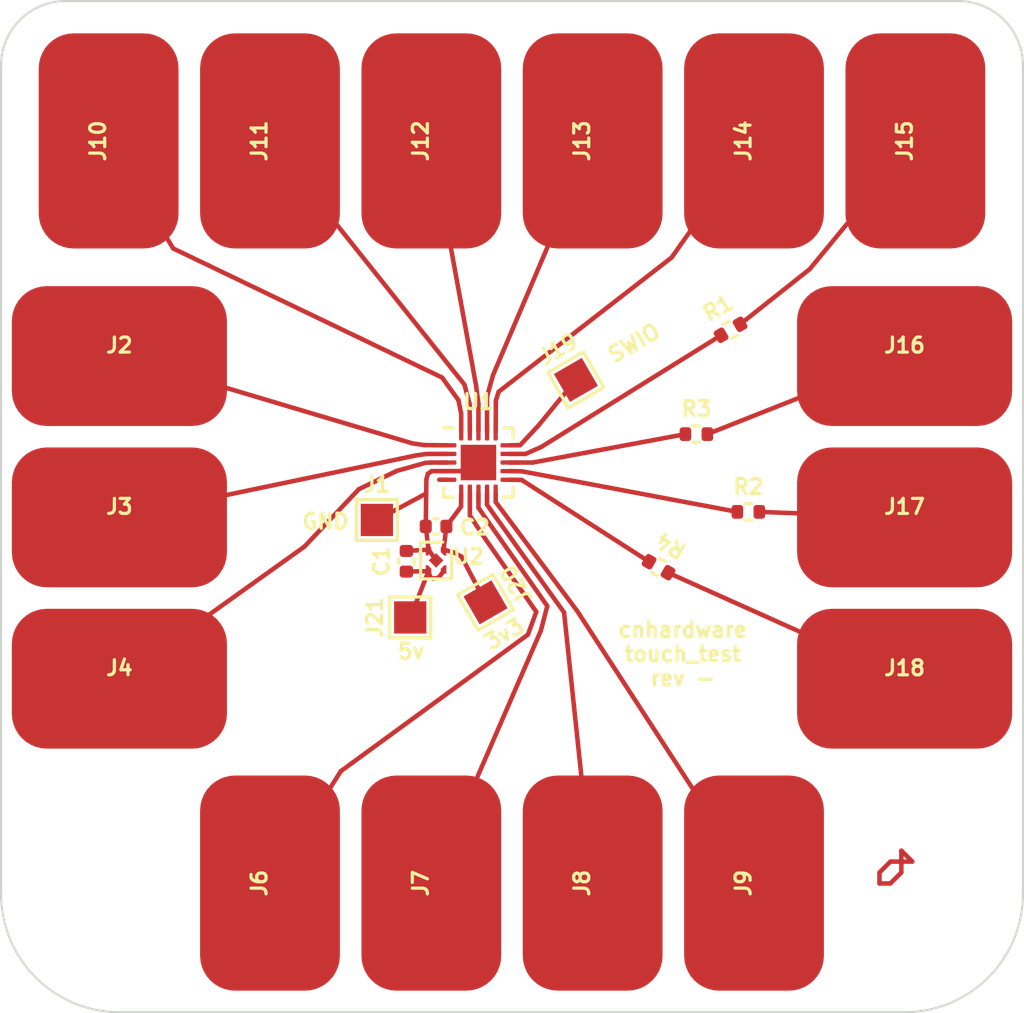
<source format=kicad_pcb>
(kicad_pcb (version 20211014) (generator pcbnew)
  (layers (0 "F.Cu" signal) (31 "B.Cu" signal) (34 "B.Paste" user) (35 "F.Paste" user) (36 "B.SilkS" user "B.Silkscreen") (37 "F.SilkS" user "F.Silkscreen") (38 "B.Mask" user) (39 "F.Mask" user) (44 "Edge.Cuts" user))
  (net 0 "")
  (net 1 "PD7NRST")
  (net 2 "PA1")
  (net 3 "PA2")
  (net 4 "PC0")
  (net 5 "PC1")
  (net 6 "PC2")
  (net 7 "PC3")
  (net 8 "PD6")
  (net 9 "PD5")
  (net 10 "PD4")
  (net 11 "PD3")
  (net 12 "PD2")
  (net 13 "PC7")
  (net 14 "PC6")
  (net 15 "PC5")
  (net 16 "PC4")
  (net 17 "GND")
  (net 18 "VCC")
  (net 19 "SWIO")
  (net 20 "+5V")
  (net 21 "unconnected-(U1-Pad5)")
  (net 22 "Net-(J15-Pad1)")
  (net 23 "Net-(J16-Pad1)")
  (net 24 "Net-(J17-Pad1)")
  (net 25 "Net-(J18-Pad1)")
  (footprint "cnhardware:touchpad_10x6.5mm_retircle" (layer "F.Cu") (at 144.5 55)
    (fp_text reference "J4" (at 0 -0.5 unlocked) (layer "F.SilkS") (effects (font (size 0.7 0.7))))
    (fp_text value "~")
    (pad "1" smd roundrect (at 0 0) (size 10 6.5) (layers "F.Cu") (net 3 "PA2"))
  )
  (footprint "cnhardware:touchpad_10x6.5mm_retircle" (layer "F.Cu") (at 166.5 30 90)
    (fp_text reference "J13" (at 0 -0.5 90 unlocked) (layer "F.SilkS") (effects (font (size 0.7 0.7))))
    (fp_text value "~")
    (pad "1" smd roundrect (at 0 0 90) (size 10 6.5) (layers "F.Cu") (net 11 "PD3"))
  )
  (footprint "cnhardware:touchpad_10x6.5mm_retircle" (layer "F.Cu") (at 144 30 90)
    (fp_text reference "J10" (at 0 -0.5 90 unlocked) (layer "F.SilkS") (effects (font (size 0.7 0.7))))
    (fp_text value "~")
    (pad "1" smd roundrect (at 0 0 90) (size 10 6.5) (layers "F.Cu") (net 8 "PD6"))
  )
  (footprint "Resistor_SMD:R_0402_1005Metric" (layer "F.Cu") (at 172.91 38.78 30)
    (fp_text reference "R1" (at 0 -1.17 30 unlocked) (layer "F.SilkS") (effects (font (size 0.7 0.7))))
    (fp_text value "1k")
    (fp_line (start -0.153641 0.38) (end 0.153641 0.38) (layer "F.SilkS") (width 0.15))
    (fp_line (start -0.153641 -0.38) (end 0.153641 -0.38) (layer "F.SilkS") (width 0.15))
    (pad "1" smd roundrect (at -0.51 0 30) (size 0.54 0.64) (layers "F.Cu" "F.Paste" "F.Mask") (net 13 "PC7"))
    (pad "2" smd roundrect (at 0.51 0 30) (size 0.54 0.64) (layers "F.Cu" "F.Paste" "F.Mask") (net 22 "Net-(J15-Pad1)"))
  )
  (footprint "cnhardware:touchpad_10x6.5mm_retircle" (layer "F.Cu") (at 144.5 40)
    (fp_text reference "J2" (at 0 -0.5 unlocked) (layer "F.SilkS") (effects (font (size 0.7 0.7))))
    (fp_text value "~")
    (pad "1" smd roundrect (at 0 0) (size 10 6.5) (layers "F.Cu") (net 1 "PD7NRST"))
  )
  (footprint "cnhardware:touchpad_10x6.5mm_retircle" (layer "F.Cu") (at 174 64.5 90)
    (fp_text reference "J9" (at 0 -0.5 90 unlocked) (layer "F.SilkS") (effects (font (size 0.7 0.7))))
    (fp_text value "~")
    (pad "1" smd roundrect (at 0 0 90) (size 10 6.5) (layers "F.Cu") (net 7 "PC3"))
  )
  (footprint "cnhardware:touchpad_10x6.5mm_retircle" (layer "F.Cu") (at 166.5 64.5 90)
    (fp_text reference "J8" (at 0 -0.5 90 unlocked) (layer "F.SilkS") (effects (font (size 0.7 0.7))))
    (fp_text value "~")
    (pad "1" smd roundrect (at 0 0 90) (size 10 6.5) (layers "F.Cu") (net 6 "PC2"))
  )
  (footprint "cnhardware:touchpad_10x6.5mm_retircle" (layer "F.Cu") (at 159 64.5 90)
    (fp_text reference "J7" (at 0 -0.5 90 unlocked) (layer "F.SilkS") (effects (font (size 0.7 0.7))))
    (fp_text value "~")
    (pad "1" smd roundrect (at 0 0 90) (size 10 6.5) (layers "F.Cu") (net 5 "PC1"))
  )
  (footprint "cnhardware:touchpad_10x6.5mm_retircle" (layer "F.Cu") (at 151.5 64.5 90)
    (fp_text reference "J6" (at 0 -0.5 90 unlocked) (layer "F.SilkS") (effects (font (size 0.7 0.7))))
    (fp_text value "~")
    (pad "1" smd roundrect (at 0 0 90) (size 10 6.5) (layers "F.Cu") (net 4 "PC0"))
  )
  (footprint "Package_DFN_QFN:QFN-20-1EP_3x3mm_P0.4mm_EP1.65x1.65mm" (layer "F.Cu") (at 161.19 44.95)
    (fp_text reference "U1" (at 0 -2.82 unlocked) (layer "F.SilkS") (effects (font (size 0.7 0.7))))
    (fp_text value "CH32V003F4U6")
    (fp_line (start 1.16 -1.61) (end 1.61 -1.61) (layer "F.SilkS") (width 0.15))
    (fp_line (start 1.16 1.61) (end 1.61 1.61) (layer "F.SilkS") (width 0.15))
    (fp_line (start 1.61 1.61) (end 1.61 1.16) (layer "F.SilkS") (width 0.15))
    (fp_line (start -1.16 -1.61) (end -1.61 -1.61) (layer "F.SilkS") (width 0.15))
    (fp_line (start 1.61 -1.61) (end 1.61 -1.16) (layer "F.SilkS") (width 0.15))
    (fp_line (start -1.16 1.61) (end -1.61 1.61) (layer "F.SilkS") (width 0.15))
    (fp_line (start -1.61 1.61) (end -1.61 1.16) (layer "F.SilkS") (width 0.15))
    (pad "1" smd roundrect (at -1.45 -0.8) (size 0.85 0.2) (layers "F.Cu" "F.Paste" "F.Mask") (net 1 "PD7NRST"))
    (pad "2" smd roundrect (at -1.45 -0.4) (size 0.85 0.2) (layers "F.Cu" "F.Paste" "F.Mask") (net 2 "PA1"))
    (pad "3" smd roundrect (at -1.45 0) (size 0.85 0.2) (layers "F.Cu" "F.Paste" "F.Mask") (net 3 "PA2"))
    (pad "4" smd roundrect (at -1.45 0.4) (size 0.85 0.2) (layers "F.Cu" "F.Paste" "F.Mask") (net 17 "GND"))
    (pad "5" smd roundrect (at -1.45 0.8) (size 0.85 0.2) (layers "F.Cu" "F.Paste" "F.Mask") (net 21 "unconnected-(U1-Pad5)"))
    (pad "6" smd roundrect (at -0.8 1.45) (size 0.2 0.85) (layers "F.Cu" "F.Paste" "F.Mask") (net 18 "VCC"))
    (pad "7" smd roundrect (at -0.4 1.45) (size 0.2 0.85) (layers "F.Cu" "F.Paste" "F.Mask") (net 4 "PC0"))
    (pad "8" smd roundrect (at 0 1.45) (size 0.2 0.85) (layers "F.Cu" "F.Paste" "F.Mask") (net 5 "PC1"))
    (pad "9" smd roundrect (at 0.4 1.45) (size 0.2 0.85) (layers "F.Cu" "F.Paste" "F.Mask") (net 6 "PC2"))
    (pad "10" smd roundrect (at 0.8 1.45) (size 0.2 0.85) (layers "F.Cu" "F.Paste" "F.Mask") (net 7 "PC3"))
    (pad "11" smd roundrect (at 1.45 0.8) (size 0.85 0.2) (layers "F.Cu" "F.Paste" "F.Mask") (net 16 "PC4"))
    (pad "12" smd roundrect (at 1.45 0.4) (size 0.85 0.2) (layers "F.Cu" "F.Paste" "F.Mask") (net 15 "PC5"))
    (pad "13" smd roundrect (at 1.45 0) (size 0.85 0.2) (layers "F.Cu" "F.Paste" "F.Mask") (net 14 "PC6"))
    (pad "14" smd roundrect (at 1.45 -0.4) (size 0.85 0.2) (layers "F.Cu" "F.Paste" "F.Mask") (net 13 "PC7"))
    (pad "15" smd roundrect (at 1.45 -0.8) (size 0.85 0.2) (layers "F.Cu" "F.Paste" "F.Mask") (net 19 "SWIO"))
    (pad "16" smd roundrect (at 0.8 -1.45) (size 0.2 0.85) (layers "F.Cu" "F.Paste" "F.Mask") (net 12 "PD2"))
    (pad "17" smd roundrect (at 0.4 -1.45) (size 0.2 0.85) (layers "F.Cu" "F.Paste" "F.Mask") (net 11 "PD3"))
    (pad "18" smd roundrect (at 0 -1.45) (size 0.2 0.85) (layers "F.Cu" "F.Paste" "F.Mask") (net 10 "PD4"))
    (pad "19" smd roundrect (at -0.4 -1.45) (size 0.2 0.85) (layers "F.Cu" "F.Paste" "F.Mask") (net 9 "PD5"))
    (pad "20" smd roundrect (at -0.8 -1.45) (size 0.2 0.85) (layers "F.Cu" "F.Paste" "F.Mask") (net 8 "PD6"))
    (pad "21" smd rect (at 0 0) (size 1.65 1.65) (layers "F.Cu" "F.Mask") (net 17 "GND"))
  )
  (footprint "TestPoint:TestPoint_Pad_1.5x1.5mm" (layer "F.Cu") (at 165.72 41.11 30)
    (fp_text reference "J19" (at 0 -1.648 30 unlocked) (layer "F.SilkS") (effects (font (size 0.7 0.7))))
    (fp_text value "SWIO" (at 3.193269 -0.130903 30 unlocked) (layer "F.SilkS") (effects (font (size 0.7 0.7))))
    (fp_line (start -0.95 -0.95) (end 0.95 -0.95) (layer "F.SilkS") (width 0.15))
    (fp_line (start -0.95 0.95) (end -0.95 -0.95) (layer "F.SilkS") (width 0.15))
    (fp_line (start 0.95 -0.95) (end 0.95 0.95) (layer "F.SilkS") (width 0.15))
    (fp_line (start 0.95 0.95) (end -0.95 0.95) (layer "F.SilkS") (width 0.15))
    (pad "1" smd rect (at 0 0 30) (size 1.5 1.5) (layers "F.Cu" "F.Mask") (net 19 "SWIO"))
  )
  (footprint "Capacitor_SMD:C_0402_1005Metric" (layer "F.Cu") (at 157.84 49.54 90)
    (fp_text reference "C1" (at 0 -1.16 90 unlocked) (layer "F.SilkS") (effects (font (size 0.7 0.7))))
    (fp_text value "1u")
    (fp_line (start -0.107836 -0.36) (end 0.107836 -0.36) (layer "F.SilkS") (width 0.15))
    (fp_line (start -0.107836 0.36) (end 0.107836 0.36) (layer "F.SilkS") (width 0.15))
    (pad "1" smd roundrect (at -0.48 0 90) (size 0.56 0.62) (layers "F.Cu" "F.Paste" "F.Mask") (net 20 "+5V"))
    (pad "2" smd roundrect (at 0.48 0 90) (size 0.56 0.62) (layers "F.Cu" "F.Paste" "F.Mask") (net 17 "GND"))
  )
  (footprint "TestPoint:TestPoint_Pad_1.5x1.5mm" (layer "F.Cu") (at 156.47 47.62)
    (fp_text reference "J1" (at 0 -1.648 unlocked) (layer "F.SilkS") (effects (font (size 0.7 0.7))))
    (fp_text value "GND" (at -2.39 0.07 unlocked) (layer "F.SilkS") (effects (font (size 0.7 0.7))))
    (fp_line (start -0.95 -0.95) (end 0.95 -0.95) (layer "F.SilkS") (width 0.15))
    (fp_line (start 0.95 0.95) (end -0.95 0.95) (layer "F.SilkS") (width 0.15))
    (fp_line (start -0.95 0.95) (end -0.95 -0.95) (layer "F.SilkS") (width 0.15))
    (fp_line (start 0.95 -0.95) (end 0.95 0.95) (layer "F.SilkS") (width 0.15))
    (pad "1" smd rect (at 0 0) (size 1.5 1.5) (layers "F.Cu" "F.Mask") (net 17 "GND"))
  )
  (footprint "Resistor_SMD:R_0402_1005Metric" (layer "F.Cu") (at 169.561673 49.815 -30)
    (fp_text reference "R4" (at 0 -1.17 150 unlocked) (layer "F.SilkS") (effects (font (size 0.7 0.7))))
    (fp_text value "1k")
    (fp_line (start -0.153641 -0.38) (end 0.153641 -0.38) (layer "F.SilkS") (width 0.15))
    (fp_line (start -0.153641 0.38) (end 0.153641 0.38) (layer "F.SilkS") (width 0.15))
    (pad "1" smd roundrect (at -0.51 0 330) (size 0.54 0.64) (layers "F.Cu" "F.Paste" "F.Mask") (net 16 "PC4"))
    (pad "2" smd roundrect (at 0.51 0 330) (size 0.54 0.64) (layers "F.Cu" "F.Paste" "F.Mask") (net 25 "Net-(J18-Pad1)"))
  )
  (footprint "Resistor_SMD:R_0402_1005Metric" (layer "F.Cu") (at 171.32 43.63)
    (fp_text reference "R3" (at 0 -1.17 unlocked) (layer "F.SilkS") (effects (font (size 0.7 0.7))))
    (fp_text value "1k")
    (fp_line (start -0.153641 -0.38) (end 0.153641 -0.38) (layer "F.SilkS") (width 0.15))
    (fp_line (start -0.153641 0.38) (end 0.153641 0.38) (layer "F.SilkS") (width 0.15))
    (pad "1" smd roundrect (at -0.51 0) (size 0.54 0.64) (layers "F.Cu" "F.Paste" "F.Mask") (net 14 "PC6"))
    (pad "2" smd roundrect (at 0.51 0) (size 0.54 0.64) (layers "F.Cu" "F.Paste" "F.Mask") (net 23 "Net-(J16-Pad1)"))
  )
  (footprint "cnhardware:xdfn-reg" (layer "F.Cu") (at 159.22 49.5 180)
    (fp_text reference "U2" (at -1.5 0.19 unlocked) (layer "F.SilkS") (effects (font (size 0.7 0.7))))
    (fp_text value "3.3vReg")
    (fp_line (start 0.72 0.85) (end 0.72 -0.86) (layer "F.SilkS") (width 0.15))
    (fp_line (start 0.72 -0.86) (end -0.72 -0.86) (layer "F.SilkS") (width 0.15))
    (fp_line (start 0.72 0.85) (end -0.31 0.85) (layer "F.SilkS") (width 0.15))
    (fp_line (start -0.72 -0.86) (end -0.72 0.48) (layer "F.SilkS") (width 0.15))
    (pad "1" smd custom (at -0.35 0.5 180) (size 0.26 0.23) (layers "F.Cu" "F.Paste" "F.Mask") (net 18 "VCC") (options (clearance outline) (anchor rect)) (primitives (gr_poly (pts (xy 0.13 -0.115) (xy -0.13 -0.115) (xy -0.13 -0.275) (xy -0.03 -0.275)) (width 0) (fill yes))))
    (pad "2" smd custom (at 0.35 0.5 180) (size 0.26 0.23) (layers "F.Cu" "F.Paste" "F.Mask") (net 17 "GND") (options (clearance outline) (anchor rect)) (primitives (gr_poly (pts (xy 0.13 -0.115) (xy -0.13 -0.115) (xy 0.03 -0.275) (xy 0.13 -0.275)) (width 0) (fill yes))))
    (pad "3" smd custom (at 0.35 -0.5) (size 0.26 0.23) (layers "F.Cu" "F.Paste" "F.Mask") (net 20 "+5V") (options (clearance outline) (anchor rect)) (primitives (gr_poly (pts (xy 0.13 -0.115) (xy -0.13 -0.115) (xy -0.13 -0.275) (xy -0.03 -0.275)) (width 0) (fill yes))))
    (pad "4" smd custom (at -0.35 -0.5) (size 0.26 0.23) (layers "F.Cu" "F.Paste" "F.Mask") (net 20 "+5V") (options (clearance outline) (anchor rect)) (primitives (gr_poly (pts (xy 0.13 -0.115) (xy -0.13 -0.115) (xy 0.03 -0.275) (xy 0.13 -0.275)) (width 0) (fill yes))))
    (pad "5" smd rect (at 0 0 45) (size 0.48 0.48) (layers "F.Cu" "F.Paste" "F.Mask") (net 17 "GND"))
  )
  (footprint "cnhardware:touchpad_10x6.5mm_retircle" (layer "F.Cu") (at 144.5 47.5)
    (fp_text reference "J3" (at 0 -0.5 unlocked) (layer "F.SilkS") (effects (font (size 0.7 0.7))))
    (fp_text value "~")
    (pad "1" smd roundrect (at 0 0) (size 10 6.5) (layers "F.Cu") (net 2 "PA1"))
  )
  (footprint "TestPoint:TestPoint_Pad_1.5x1.5mm" (layer "F.Cu") (at 158.02 52.15 90)
    (fp_text reference "J21" (at 0 -1.648 90 unlocked) (layer "F.SilkS") (effects (font (size 0.7 0.7))))
    (fp_text value "5v" (at -1.58 0.04 unlocked) (layer "F.SilkS") (effects (font (size 0.7 0.7))))
    (fp_line (start -0.95 0.95) (end -0.95 -0.95) (layer "F.SilkS") (width 0.15))
    (fp_line (start -0.95 -0.95) (end 0.95 -0.95) (layer "F.SilkS") (width 0.15))
    (fp_line (start 0.95 -0.95) (end 0.95 0.95) (layer "F.SilkS") (width 0.15))
    (fp_line (start 0.95 0.95) (end -0.95 0.95) (layer "F.SilkS") (width 0.15))
    (pad "1" smd rect (at 0 0 90) (size 1.5 1.5) (layers "F.Cu" "F.Mask") (net 20 "+5V"))
  )
  (footprint "cnhardware:touchpad_10x6.5mm_retircle" (layer "F.Cu") (at 181 47.5)
    (fp_text reference "J17" (at 0 -0.5 unlocked) (layer "F.SilkS") (effects (font (size 0.7 0.7))))
    (fp_text value "~")
    (pad "1" smd roundrect (at 0 0) (size 10 6.5) (layers "F.Cu") (net 24 "Net-(J17-Pad1)"))
  )
  (footprint "cnhardware:touchpad_10x6.5mm_retircle" (layer "F.Cu") (at 181.5 30 90)
    (fp_text reference "J15" (at 0 -0.5 90 unlocked) (layer "F.SilkS") (effects (font (size 0.7 0.7))))
    (fp_text value "~")
    (pad "1" smd roundrect (at 0 0 90) (size 10 6.5) (layers "F.Cu") (net 22 "Net-(J15-Pad1)"))
  )
  (footprint "cnhardware:touchpad_10x6.5mm_retircle" (layer "F.Cu") (at 181 40)
    (fp_text reference "J16" (at 0 -0.5 unlocked) (layer "F.SilkS") (effects (font (size 0.7 0.7))))
    (fp_text value "~")
    (pad "1" smd roundrect (at 0 0) (size 10 6.5) (layers "F.Cu") (net 23 "Net-(J16-Pad1)"))
  )
  (footprint "cnhardware:touchpad_10x6.5mm_retircle" (layer "F.Cu") (at 181 55)
    (fp_text reference "J18" (at 0 -0.5 unlocked) (layer "F.SilkS") (effects (font (size 0.7 0.7))))
    (fp_text value "~")
    (pad "1" smd roundrect (at 0 0) (size 10 6.5) (layers "F.Cu") (net 25 "Net-(J18-Pad1)"))
  )
  (footprint "cnhardware:touchpad_10x6.5mm_retircle" (layer "F.Cu") (at 174 30 90)
    (fp_text reference "J14" (at 0 -0.5 90 unlocked) (layer "F.SilkS") (effects (font (size 0.7 0.7))))
    (fp_text value "~")
    (pad "1" smd roundrect (at 0 0 90) (size 10 6.5) (layers "F.Cu") (net 12 "PD2"))
  )
  (footprint "TestPoint:TestPoint_Pad_1.5x1.5mm" (layer "F.Cu") (at 161.52 51.45 -60)
    (fp_text reference "J20" (at 0 -1.648 120 unlocked) (layer "F.SilkS") (effects (font (size 0.7 0.7))))
    (fp_text value "3v3" (at 1.708057 -0.018442 30 unlocked) (layer "F.SilkS") (effects (font (size 0.7 0.7))))
    (fp_line (start 0.95 0.95) (end -0.95 0.95) (layer "F.SilkS") (width 0.15))
    (fp_line (start -0.95 0.95) (end -0.95 -0.95) (layer "F.SilkS") (width 0.15))
    (fp_line (start -0.95 -0.95) (end 0.95 -0.95) (layer "F.SilkS") (width 0.15))
    (fp_line (start 0.95 -0.95) (end 0.95 0.95) (layer "F.SilkS") (width 0.15))
    (pad "1" smd rect (at 0 0 300) (size 1.5 1.5) (layers "F.Cu" "F.Mask") (net 18 "VCC"))
  )
  (footprint "cnhardware:touchpad_10x6.5mm_retircle" (layer "F.Cu") (at 159 30 90)
    (fp_text reference "J12" (at 0 -0.5 90 unlocked) (layer "F.SilkS") (effects (font (size 0.7 0.7))))
    (fp_text value "~")
    (pad "1" smd roundrect (at 0 0 90) (size 10 6.5) (layers "F.Cu") (net 10 "PD4"))
  )
  (footprint "Capacitor_SMD:C_0402_1005Metric" (layer "F.Cu") (at 159.22 47.92 180)
    (fp_text reference "C2" (at -1.8 -0.04 unlocked) (layer "F.SilkS") (effects (font (size 0.7 0.7))))
    (fp_text value "1u")
    (fp_line (start -0.107836 0.36) (end 0.107836 0.36) (layer "F.SilkS") (width 0.15))
    (fp_line (start -0.107836 -0.36) (end 0.107836 -0.36) (layer "F.SilkS") (width 0.15))
    (pad "1" smd roundrect (at -0.48 0 180) (size 0.56 0.62) (layers "F.Cu" "F.Paste" "F.Mask") (net 18 "VCC"))
    (pad "2" smd roundrect (at 0.48 0 180) (size 0.56 0.62) (layers "F.Cu" "F.Paste" "F.Mask") (net 17 "GND"))
  )
  (footprint "Resistor_SMD:R_0402_1005Metric" (layer "F.Cu") (at 173.736 47.244)
    (fp_text reference "R2" (at 0 -1.17 unlocked) (layer "F.SilkS") (effects (font (size 0.7 0.7))))
    (fp_text value "1k")
    (fp_line (start -0.153641 -0.38) (end 0.153641 -0.38) (layer "F.SilkS") (width 0.15))
    (fp_line (start -0.153641 0.38) (end 0.153641 0.38) (layer "F.SilkS") (width 0.15))
    (pad "1" smd roundrect (at -0.51 0) (size 0.54 0.64) (layers "F.Cu" "F.Paste" "F.Mask") (net 15 "PC5"))
    (pad "2" smd roundrect (at 0.51 0) (size 0.54 0.64) (layers "F.Cu" "F.Paste" "F.Mask") (net 24 "Net-(J17-Pad1)"))
  )
  (footprint "cnhardware:touchpad_10x6.5mm_retircle" (layer "F.Cu") (at 151.5 30 90)
    (fp_text reference "J11" (at 0 -0.5 90 unlocked) (layer "F.SilkS") (effects (font (size 0.7 0.7))))
    (fp_text value "~")
    (pad "1" smd roundrect (at 0 0 90) (size 10 6.5) (layers "F.Cu") (net 9 "PD5"))
  )
  (gr_line (start 139 65) (end 139 26.5) (layer "Edge.Cuts") (width 0.1))
  (gr_line (start 186.5 26.5) (end 186.5 65) (layer "Edge.Cuts") (width 0.1))
  (gr_line (start 142 23.5) (end 183.5 23.5) (layer "Edge.Cuts") (width 0.1))
  (gr_arc (start 183.5 23.5) (mid 185.62132 24.37868) (end 186.5 26.5) (layer "Edge.Cuts") (width 0.1))
  (gr_arc (start 139 26.5) (mid 139.87868 24.37868) (end 142 23.5) (layer "Edge.Cuts") (width 0.1))
  (gr_line (start 181 70.5) (end 144.5 70.5) (layer "Edge.Cuts") (width 0.1))
  (gr_arc (start 144.5 70.5) (mid 140.610913 68.889087) (end 139 65) (layer "Edge.Cuts") (width 0.1))
  (gr_arc (start 186.5 65) (mid 184.889087 68.889087) (end 181 70.5) (layer "Edge.Cuts") (width 0.1))
  (gr_text "cnhardware\ntouch_test\nrev -" (at 170.688 53.848) (layer "F.SilkS") (effects (font (size 0.7 0.7))))
  (segment (start 180.848 62.992) (end 180.848 64.008) (width 0.21) (layer "F.Cu") (net 0))
  (segment (start 180.34 64.516) (end 179.832 64.516) (width 0.21) (layer "F.Cu") (net 0))
  (segment (start 180.848 64.008) (end 180.34 64.516) (width 0.21) (layer "F.Cu") (net 0))
  (segment (start 179.832 64.008) (end 180.34 63.5) (width 0.21) (layer "F.Cu") (net 0))
  (segment (start 180.34 63.5) (end 181.356 63.5) (width 0.21) (layer "F.Cu") (net 0))
  (segment (start 181.356 63.5) (end 180.848 62.992) (width 0.21) (layer "F.Cu") (net 0))
  (segment (start 179.832 64.516) (end 179.832 64.008) (width 0.21) (layer "F.Cu") (net 0))
  (segment (start 158.68 44.14) (end 158.12 44.06) (width 0.21) (layer "F.Cu") (net 1))
  (segment (start 158.12 44.06) (end 144.5 40) (width 0.21) (layer "F.Cu") (net 1))
  (segment (start 159.74 44.15) (end 158.68 44.14) (width 0.21) (layer "F.Cu") (net 1))
  (segment (start 158.71 44.56) (end 158.9 44.55) (width 0.21) (layer "F.Cu") (net 2))
  (segment (start 159.74 44.55) (end 158.9 44.55) (width 0.21) (layer "F.Cu") (net 2))
  (segment (start 158.29 44.62) (end 158.71 44.56) (width 0.21) (layer "F.Cu") (net 2))
  (segment (start 158.29 44.62) (end 144.5 47.5) (width 0.21) (layer "F.Cu") (net 2))
  (segment (start 158.74 44.96) (end 158.98 44.95) (width 0.21) (layer "F.Cu") (net 3))
  (segment (start 155.63 46.19) (end 157.39 45.34) (width 0.21) (layer "F.Cu") (net 3))
  (segment (start 158.98 44.95) (end 159.74 44.95) (width 0.21) (layer "F.Cu") (net 3))
  (segment (start 157.39 45.34) (end 158.74 44.96) (width 0.21) (layer "F.Cu") (net 3))
  (segment (start 144.5 55) (end 153.1 48.86) (width 0.21) (layer "F.Cu") (net 3))
  (segment (start 153.1 48.86) (end 155.63 46.19) (width 0.21) (layer "F.Cu") (net 3))
  (segment (start 154.79 59.3) (end 163.49 52.95) (width 0.21) (layer "F.Cu") (net 4))
  (segment (start 160.79 46.4) (end 160.79 47.41) (width 0.21) (layer "F.Cu") (net 4))
  (segment (start 161.53 48.53) (end 163.88 51.89) (width 0.21) (layer "F.Cu") (net 4))
  (segment (start 163.49 52.95) (end 163.88 51.89) (width 0.21) (layer "F.Cu") (net 4))
  (segment (start 160.79 47.41) (end 161.53 48.53) (width 0.21) (layer "F.Cu") (net 4))
  (segment (start 154.79 59.3) (end 151.5 64.5) (width 0.21) (layer "F.Cu") (net 4))
  (segment (start 161.5 47.5) (end 161.19 47.05) (width 0.21) (layer "F.Cu") (net 5))
  (segment (start 161.19 47.05) (end 161.19 46.4) (width 0.21) (layer "F.Cu") (net 5))
  (segment (start 164.39 51.62) (end 161.5 47.5) (width 0.21) (layer "F.Cu") (net 5))
  (segment (start 164.09 52.77) (end 159 64.5) (width 0.21) (layer "F.Cu") (net 5))
  (segment (start 164.39 51.62) (end 164.09 52.77) (width 0.21) (layer "F.Cu") (net 5))
  (segment (start 161.77 47.17) (end 165.17 51.92) (width 0.21) (layer "F.Cu") (net 6))
  (segment (start 165.17 51.92) (end 166.5 64.5) (width 0.21) (layer "F.Cu") (net 6))
  (segment (start 161.59 46.91) (end 161.77 47.17) (width 0.21) (layer "F.Cu") (net 6))
  (segment (start 161.59 46.4) (end 161.59 46.91) (width 0.21) (layer "F.Cu") (net 6))
  (segment (start 161.99 46.78) (end 161.99 46.4) (width 0.21) (layer "F.Cu") (net 7))
  (segment (start 174 64.5) (end 165.78 51.85) (width 0.21) (layer "F.Cu") (net 7))
  (segment (start 165.78 51.85) (end 161.99 46.78) (width 0.21) (layer "F.Cu") (net 7))
  (segment (start 160.39 42.7) (end 160.39 43.5) (width 0.21) (layer "F.Cu") (net 8))
  (segment (start 159.5 41) (end 160.26 42.05) (width 0.21) (layer "F.Cu") (net 8))
  (segment (start 147 35) (end 159.5 41) (width 0.21) (layer "F.Cu") (net 8))
  (segment (start 144 30) (end 147 35) (width 0.21) (layer "F.Cu") (net 8))
  (segment (start 160.26 42.05) (end 160.39 42.7) (width 0.21) (layer "F.Cu") (net 8))
  (segment (start 160.78 42.23) (end 160.54 41.33) (width 0.21) (layer "F.Cu") (net 9))
  (segment (start 160.54 41.33) (end 151.5 30) (width 0.21) (layer "F.Cu") (net 9))
  (segment (start 160.79 43.5) (end 160.78 42.23) (width 0.21) (layer "F.Cu") (net 9))
  (segment (start 161.19 42.22) (end 161.19 43.5) (width 0.21) (layer "F.Cu") (net 10))
  (segment (start 161.08 41.37) (end 161.19 42.22) (width 0.21) (layer "F.Cu") (net 10))
  (segment (start 159 30) (end 161.08 41.37) (width 0.21) (layer "F.Cu") (net 10))
  (segment (start 161.87 40.88) (end 166.5 30) (width 0.21) (layer "F.Cu") (net 11))
  (segment (start 161.59 43.5) (end 161.59 41.88) (width 0.21) (layer "F.Cu") (net 11))
  (segment (start 161.59 41.88) (end 161.87 40.88) (width 0.21) (layer "F.Cu") (net 11))
  (segment (start 161.99 43.5) (end 162 42.07) (width 0.21) (layer "F.Cu") (net 12))
  (segment (start 162.13 41.66) (end 170.17 35.42) (width 0.21) (layer "F.Cu") (net 12))
  (segment (start 170.17 35.42) (end 174 30) (width 0.21) (layer "F.Cu") (net 12))
  (segment (start 162 42.07) (end 162.13 41.66) (width 0.21) (layer "F.Cu") (net 12))
  (segment (start 172.468327 39.035) (end 164.12 44.22) (width 0.21) (layer "F.Cu") (net 13))
  (segment (start 163.38 44.55) (end 162.64 44.55) (width 0.21) (layer "F.Cu") (net 13))
  (segment (start 164.12 44.22) (end 163.38 44.55) (width 0.21) (layer "F.Cu") (net 13))
  (segment (start 163.72 44.95) (end 170.81 43.63) (width 0.21) (layer "F.Cu") (net 14))
  (segment (start 162.64 44.95) (end 163.72 44.95) (width 0.21) (layer "F.Cu") (net 14))
  (segment (start 163.22 45.36) (end 162.64 45.35) (width 0.21) (layer "F.Cu") (net 15))
  (segment (start 163.22 45.36) (end 173.226 47.244) (width 0.21) (layer "F.Cu") (net 15))
  (segment (start 162.64 45.75) (end 163.2 45.76) (width 0.21) (layer "F.Cu") (net 16))
  (segment (start 169.12 49.56) (end 163.2 45.76) (width 0.21) (layer "F.Cu") (net 16))
  (segment (start 157.84 49.06) (end 158.87 49) (width 0.21) (layer "F.Cu") (net 17))
  (segment (start 159.74 45.35) (end 160.34 45.35) (width 0.21) (layer "F.Cu") (net 17))
  (segment (start 156.47 47.62) (end 158.760972 46.389028) (width 0.21) (layer "F.Cu") (net 17))
  (segment (start 158.760972 46.389028) (end 158.74 47.92) (width 0.21) (layer "F.Cu") (net 17))
  (segment (start 159.74 45.35) (end 159.02 45.35) (width 0.21) (layer "F.Cu") (net 17))
  (segment (start 160.34 45.35) (end 161.19 44.95) (width 0.21) (layer "F.Cu") (net 17))
  (segment (start 158.87 49) (end 159.22 49.5) (width 0.21) (layer "F.Cu") (net 17))
  (segment (start 158.84 45.47) (end 158.77 45.73) (width 0.21) (layer "F.Cu") (net 17))
  (segment (start 159.02 45.35) (end 158.84 45.47) (width 0.21) (layer "F.Cu") (net 17))
  (segment (start 158.87 49) (end 158.74 47.92) (width 0.21) (layer "F.Cu") (net 17))
  (segment (start 158.77 45.73) (end 158.760972 46.389028) (width 0.21) (layer "F.Cu") (net 17))
  (segment (start 160.4 49.32) (end 160.02 49.12) (width 0.21) (layer "F.Cu") (net 18))
  (segment (start 159.7 47.92) (end 159.57 49) (width 0.21) (layer "F.Cu") (net 18))
  (segment (start 160.38 47) (end 159.7 47.92) (width 0.21) (layer "F.Cu") (net 18))
  (segment (start 160.39 46.4) (end 160.38 47) (width 0.21) (layer "F.Cu") (net 18))
  (segment (start 161.52 51.45) (end 160.4 49.32) (width 0.21) (layer "F.Cu") (net 18))
  (segment (start 160.02 49.12) (end 159.57 49) (width 0.21) (layer "F.Cu") (net 18))
  (segment (start 163.98 43.23) (end 165.72 41.11) (width 0.21) (layer "F.Cu") (net 19))
  (segment (start 162.64 44.15) (end 163.13 44.14) (width 0.21) (layer "F.Cu") (net 19))
  (segment (start 163.13 44.14) (end 163.98 43.23) (width 0.21) (layer "F.Cu") (net 19))
  (segment (start 159.57 50) (end 159.34 50.3) (width 0.21) (layer "F.Cu") (net 20))
  (segment (start 158.95 50.28) (end 158.87 50) (width 0.21) (layer "F.Cu") (net 20))
  (segment (start 159.08 50.35) (end 158.95 50.28) (width 0.21) (layer "F.Cu") (net 20))
  (segment (start 159.34 50.3) (end 159.08 50.35) (width 0.21) (layer "F.Cu") (net 20))
  (segment (start 158.02 52.15) (end 158.87 50) (width 0.21) (layer "F.Cu") (net 20))
  (segment (start 158.87 50) (end 157.84 50.02) (width 0.21) (layer "F.Cu") (net 20))
  (segment (start 159.74 45.75) (end 159.37 45.75) (width 0.21) (layer "F.Cu") (net 21))
  (segment (start 173.351673 38.525) (end 176.59 35.96) (width 0.21) (layer "F.Cu") (net 22))
  (segment (start 181.5 30) (end 176.59 35.96) (width 0.21) (layer "F.Cu") (net 22))
  (segment (start 171.83 43.63) (end 181 40) (width 0.21) (layer "F.Cu") (net 23))
  (segment (start 181 47.5) (end 174.246 47.244) (width 0.21) (layer "F.Cu") (net 24))
  (segment (start 170.003346 50.07) (end 181 55) (width 0.21) (layer "F.Cu") (net 25))
)
</source>
